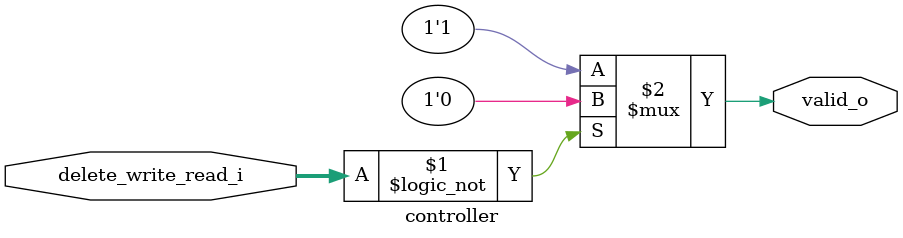
<source format=sv>
module controller (
    input   logic [1:0]                     delete_write_read_i,      // 00 = do nothing | 01 = read | 10 = write | 11 = delete
    output  wire                            valid_o
);
localparam logic [1:0] NOTHING_OPERATION = 2'b00;
localparam logic [1:0] READ_OPERATION    = 2'b01;
localparam logic [1:0] WRITE_OPERATION   = 2'b10;
localparam logic [1:0] DELTE_OPERATION   = 2'b11;

assign valid_o = (delete_write_read_i == NOTHING_OPERATION) ? 1'b0 : 1'b1;

endmodule
</source>
